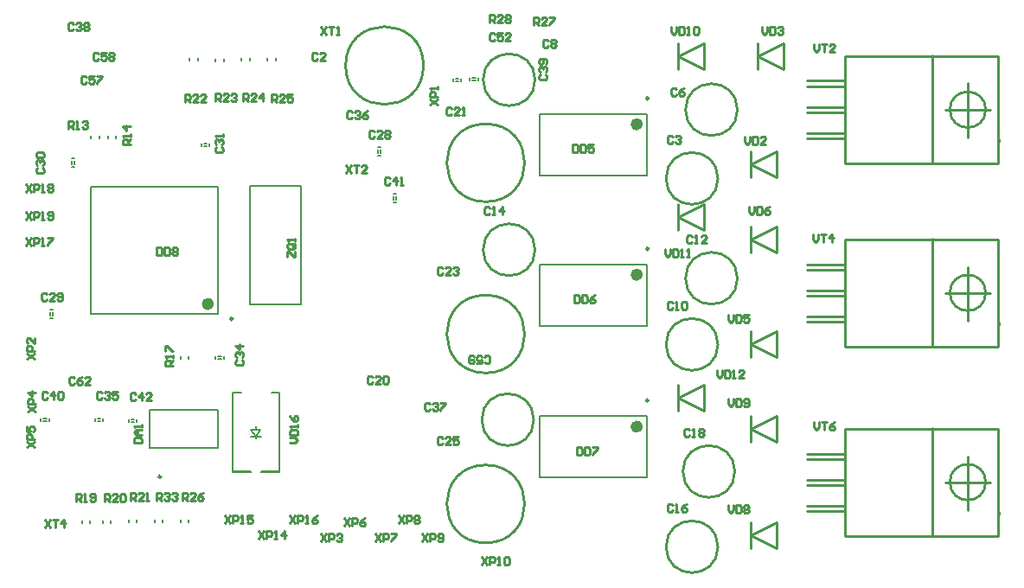
<source format=gto>
G04*
G04 #@! TF.GenerationSoftware,Altium Limited,Altium Designer,19.0.10 (269)*
G04*
G04 Layer_Color=65535*
%FSLAX23Y23*%
%MOIN*%
G70*
G01*
G75*
%ADD10C,0.010*%
%ADD11C,0.010*%
%ADD12C,0.024*%
%ADD13C,0.008*%
D10*
X6955Y4235D02*
G03*
X6955Y4235I-100J0D01*
G01*
X5985Y4180D02*
G03*
X5985Y3880I0J-150D01*
G01*
D02*
G03*
X5985Y4180I0J150D01*
G01*
X6170Y3040D02*
G03*
X6170Y3040I-100J0D01*
G01*
X6175Y4350D02*
G03*
X6175Y4350I-100J0D01*
G01*
X7912Y2799D02*
G03*
X7912Y2799I-69J0D01*
G01*
Y4235D02*
G03*
X7912Y4235I-69J0D01*
G01*
Y3529D02*
G03*
X7912Y3529I-69J0D01*
G01*
X5745Y4405D02*
G03*
X5445Y4405I-150J0D01*
G01*
D02*
G03*
X5745Y4405I150J0D01*
G01*
X6880Y3970D02*
G03*
X6880Y3970I-100J0D01*
G01*
Y3330D02*
G03*
X6880Y3330I-100J0D01*
G01*
X6955Y3585D02*
G03*
X6955Y3585I-100J0D01*
G01*
X5985Y3520D02*
G03*
X5985Y3220I0J-150D01*
G01*
D02*
G03*
X5985Y3520I0J150D01*
G01*
X6175Y3695D02*
G03*
X6175Y3695I-100J0D01*
G01*
X6880Y2550D02*
G03*
X6880Y2550I-100J0D01*
G01*
X6945Y2840D02*
G03*
X6945Y2840I-100J0D01*
G01*
X5985Y2865D02*
G03*
X5985Y2565I0J-150D01*
G01*
D02*
G03*
X5985Y2865I0J150D01*
G01*
X7105Y3975D02*
Y4075D01*
X7005Y4025D02*
X7105Y3975D01*
X7005Y4025D02*
X7105Y4075D01*
X7005Y3975D02*
Y4075D01*
X7961Y2592D02*
Y3005D01*
X7706Y2592D02*
Y3007D01*
X7371Y2592D02*
Y3005D01*
X7222Y2809D02*
X7371D01*
X7843Y2692D02*
Y2899D01*
Y2799D02*
Y2801D01*
X7371Y2592D02*
X7961D01*
X7371Y3005D02*
X7961D01*
X7755Y2799D02*
X7928D01*
X7222Y2686D02*
X7371D01*
X7222Y2708D02*
X7371D01*
X7222Y2787D02*
X7371D01*
X7222Y2887D02*
X7371D01*
X7222Y2909D02*
X7371D01*
X7962Y2675D02*
Y2677D01*
Y2685D01*
X6825Y3075D02*
Y3175D01*
X6725Y3125D02*
X6825Y3075D01*
X6725Y3125D02*
X6825Y3175D01*
X6725Y3075D02*
Y3175D01*
X6825Y3770D02*
Y3870D01*
X6725Y3820D02*
X6825Y3770D01*
X6725Y3820D02*
X6825Y3870D01*
X6725Y3770D02*
Y3870D01*
X6825Y4390D02*
Y4490D01*
X6725Y4440D02*
X6825Y4390D01*
X6725Y4440D02*
X6825Y4490D01*
X6725Y4390D02*
Y4490D01*
X7134Y4390D02*
Y4490D01*
X7034Y4440D02*
X7134Y4390D01*
X7034Y4440D02*
X7134Y4490D01*
X7034Y4390D02*
Y4490D01*
X7105Y3685D02*
Y3785D01*
X7005Y3735D02*
X7105Y3685D01*
X7005Y3735D02*
X7105Y3785D01*
X7005Y3685D02*
Y3785D01*
X7961Y4029D02*
Y4442D01*
X7706Y4029D02*
Y4444D01*
X7371Y4029D02*
Y4442D01*
X7222Y4245D02*
X7371D01*
X7843Y4129D02*
Y4336D01*
Y4235D02*
Y4237D01*
X7371Y4029D02*
X7961D01*
X7371Y4442D02*
X7961D01*
X7755Y4235D02*
X7928D01*
X7222Y4123D02*
X7371D01*
X7222Y4145D02*
X7371D01*
X7222Y4224D02*
X7371D01*
X7222Y4324D02*
X7371D01*
X7222Y4346D02*
X7371D01*
X7962Y4111D02*
Y4113D01*
Y4121D01*
X7961Y3322D02*
Y3735D01*
X7706Y3322D02*
Y3737D01*
X7371Y3322D02*
Y3735D01*
X7222Y3539D02*
X7371D01*
X7843Y3422D02*
Y3629D01*
Y3529D02*
Y3531D01*
X7371Y3322D02*
X7961D01*
X7371Y3735D02*
X7961D01*
X7755Y3529D02*
X7928D01*
X7222Y3416D02*
X7371D01*
X7222Y3438D02*
X7371D01*
X7222Y3517D02*
X7371D01*
X7222Y3617D02*
X7371D01*
X7222Y3639D02*
X7371D01*
X7962Y3405D02*
Y3407D01*
Y3415D01*
X7105Y3280D02*
Y3380D01*
X7005Y3330D02*
X7105Y3280D01*
X7005Y3330D02*
X7105Y3380D01*
X7005Y3280D02*
Y3380D01*
X7105Y2545D02*
Y2645D01*
X7005Y2595D02*
X7105Y2545D01*
X7005Y2595D02*
X7105Y2645D01*
X7005Y2545D02*
Y2645D01*
X7105Y2955D02*
Y3055D01*
X7005Y3005D02*
X7105Y2955D01*
X7005Y3005D02*
X7105Y3055D01*
X7005Y2955D02*
Y3055D01*
X6195Y4370D02*
X6190Y4365D01*
Y4355D01*
X6195Y4350D01*
X6215D01*
X6220Y4355D01*
Y4365D01*
X6215Y4370D01*
X6195Y4380D02*
X6190Y4385D01*
Y4395D01*
X6195Y4400D01*
X6200D01*
X6205Y4395D01*
Y4390D01*
Y4395D01*
X6210Y4400D01*
X6215D01*
X6220Y4395D01*
Y4385D01*
X6215Y4380D01*
Y4410D02*
X6220Y4415D01*
Y4425D01*
X6215Y4430D01*
X6195D01*
X6190Y4425D01*
Y4415D01*
X6195Y4410D01*
X6200D01*
X6205Y4415D01*
Y4430D01*
X6170Y4560D02*
Y4590D01*
X6185D01*
X6190Y4585D01*
Y4575D01*
X6185Y4570D01*
X6170D01*
X6180D02*
X6190Y4560D01*
X6220D02*
X6200D01*
X6220Y4580D01*
Y4585D01*
X6215Y4590D01*
X6205D01*
X6200Y4585D01*
X6230Y4590D02*
X6250D01*
Y4585D01*
X6230Y4565D01*
Y4560D01*
X6000Y4570D02*
Y4600D01*
X6015D01*
X6020Y4595D01*
Y4585D01*
X6015Y4580D01*
X6000D01*
X6010D02*
X6020Y4570D01*
X6050D02*
X6030D01*
X6050Y4590D01*
Y4595D01*
X6045Y4600D01*
X6035D01*
X6030Y4595D01*
X6060D02*
X6065Y4600D01*
X6075D01*
X6080Y4595D01*
Y4590D01*
X6075Y4585D01*
X6080Y4580D01*
Y4575D01*
X6075Y4570D01*
X6065D01*
X6060Y4575D01*
Y4580D01*
X6065Y4585D01*
X6060Y4590D01*
Y4595D01*
X6065Y4585D02*
X6075D01*
X6720Y4313D02*
X6715Y4318D01*
X6705D01*
X6700Y4313D01*
Y4293D01*
X6705Y4288D01*
X6715D01*
X6720Y4293D01*
X6750Y4318D02*
X6740Y4313D01*
X6730Y4303D01*
Y4293D01*
X6735Y4288D01*
X6745D01*
X6750Y4293D01*
Y4298D01*
X6745Y4303D01*
X6730D01*
X5970Y2510D02*
X5990Y2480D01*
Y2510D02*
X5970Y2480D01*
X6000D02*
Y2510D01*
X6015D01*
X6020Y2505D01*
Y2495D01*
X6015Y2490D01*
X6000D01*
X6030Y2480D02*
X6040D01*
X6035D01*
Y2510D01*
X6030Y2505D01*
X6055D02*
X6060Y2510D01*
X6070D01*
X6075Y2505D01*
Y2485D01*
X6070Y2480D01*
X6060D01*
X6055Y2485D01*
Y2505D01*
X5740Y2600D02*
X5760Y2570D01*
Y2600D02*
X5740Y2570D01*
X5770D02*
Y2600D01*
X5785D01*
X5790Y2595D01*
Y2585D01*
X5785Y2580D01*
X5770D01*
X5800Y2575D02*
X5805Y2570D01*
X5815D01*
X5820Y2575D01*
Y2595D01*
X5815Y2600D01*
X5805D01*
X5800Y2595D01*
Y2590D01*
X5805Y2585D01*
X5820D01*
X5649Y2670D02*
X5669Y2640D01*
Y2670D02*
X5649Y2640D01*
X5679D02*
Y2670D01*
X5694D01*
X5699Y2665D01*
Y2655D01*
X5694Y2650D01*
X5679D01*
X5709Y2665D02*
X5714Y2670D01*
X5724D01*
X5729Y2665D01*
Y2660D01*
X5724Y2655D01*
X5729Y2650D01*
Y2645D01*
X5724Y2640D01*
X5714D01*
X5709Y2645D01*
Y2650D01*
X5714Y2655D01*
X5709Y2660D01*
Y2665D01*
X5714Y2655D02*
X5724D01*
X4980Y2670D02*
X5000Y2640D01*
Y2670D02*
X4980Y2640D01*
X5010D02*
Y2670D01*
X5025D01*
X5030Y2665D01*
Y2655D01*
X5025Y2650D01*
X5010D01*
X5040Y2640D02*
X5050D01*
X5045D01*
Y2670D01*
X5040Y2665D01*
X5085Y2670D02*
X5065D01*
Y2655D01*
X5075Y2660D01*
X5080D01*
X5085Y2655D01*
Y2645D01*
X5080Y2640D01*
X5070D01*
X5065Y2645D01*
X5560Y2600D02*
X5580Y2570D01*
Y2600D02*
X5560Y2570D01*
X5590D02*
Y2600D01*
X5605D01*
X5610Y2595D01*
Y2585D01*
X5605Y2580D01*
X5590D01*
X5620Y2600D02*
X5640D01*
Y2595D01*
X5620Y2575D01*
Y2570D01*
X5440Y2660D02*
X5460Y2630D01*
Y2660D02*
X5440Y2630D01*
X5470D02*
Y2660D01*
X5485D01*
X5490Y2655D01*
Y2645D01*
X5485Y2640D01*
X5470D01*
X5520Y2660D02*
X5510Y2655D01*
X5500Y2645D01*
Y2635D01*
X5505Y2630D01*
X5515D01*
X5520Y2635D01*
Y2640D01*
X5515Y2645D01*
X5500D01*
X5854Y4238D02*
X5849Y4243D01*
X5839D01*
X5834Y4238D01*
Y4218D01*
X5839Y4213D01*
X5849D01*
X5854Y4218D01*
X5884Y4213D02*
X5864D01*
X5884Y4233D01*
Y4238D01*
X5879Y4243D01*
X5869D01*
X5864Y4238D01*
X5894Y4213D02*
X5904D01*
X5899D01*
Y4243D01*
X5894Y4238D01*
X5470Y4225D02*
X5465Y4230D01*
X5455D01*
X5450Y4225D01*
Y4205D01*
X5455Y4200D01*
X5465D01*
X5470Y4205D01*
X5480Y4225D02*
X5485Y4230D01*
X5495D01*
X5500Y4225D01*
Y4220D01*
X5495Y4215D01*
X5490D01*
X5495D01*
X5500Y4210D01*
Y4205D01*
X5495Y4200D01*
X5485D01*
X5480Y4205D01*
X5530Y4230D02*
X5520Y4225D01*
X5510Y4215D01*
Y4205D01*
X5515Y4200D01*
X5525D01*
X5530Y4205D01*
Y4210D01*
X5525Y4215D01*
X5510D01*
X6984Y4132D02*
Y4112D01*
X6994Y4102D01*
X7004Y4112D01*
Y4132D01*
X7014D02*
Y4102D01*
X7029D01*
X7034Y4107D01*
Y4127D01*
X7029Y4132D01*
X7014D01*
X7064Y4102D02*
X7044D01*
X7064Y4122D01*
Y4127D01*
X7059Y4132D01*
X7049D01*
X7044Y4127D01*
X5549Y3204D02*
X5544Y3209D01*
X5534D01*
X5529Y3204D01*
Y3184D01*
X5534Y3179D01*
X5544D01*
X5549Y3184D01*
X5579Y3179D02*
X5559D01*
X5579Y3199D01*
Y3204D01*
X5574Y3209D01*
X5564D01*
X5559Y3204D01*
X5589D02*
X5594Y3209D01*
X5604D01*
X5609Y3204D01*
Y3184D01*
X5604Y3179D01*
X5594D01*
X5589Y3184D01*
Y3204D01*
X6020Y4525D02*
X6015Y4530D01*
X6005D01*
X6000Y4525D01*
Y4505D01*
X6005Y4500D01*
X6015D01*
X6020Y4505D01*
X6050Y4530D02*
X6030D01*
Y4515D01*
X6040Y4520D01*
X6045D01*
X6050Y4515D01*
Y4505D01*
X6045Y4500D01*
X6035D01*
X6030Y4505D01*
X6080Y4500D02*
X6060D01*
X6080Y4520D01*
Y4525D01*
X6075Y4530D01*
X6065D01*
X6060Y4525D01*
X6225Y4500D02*
X6220Y4505D01*
X6210D01*
X6205Y4500D01*
Y4480D01*
X6210Y4475D01*
X6220D01*
X6225Y4480D01*
X6235Y4500D02*
X6240Y4505D01*
X6250D01*
X6255Y4500D01*
Y4495D01*
X6250Y4490D01*
X6255Y4485D01*
Y4480D01*
X6250Y4475D01*
X6240D01*
X6235Y4480D01*
Y4485D01*
X6240Y4490D01*
X6235Y4495D01*
Y4500D01*
X6240Y4490D02*
X6250D01*
X5770Y4254D02*
X5799Y4274D01*
X5770D02*
X5799Y4254D01*
Y4284D02*
X5770D01*
Y4299D01*
X5775Y4304D01*
X5785D01*
X5790Y4299D01*
Y4284D01*
X5799Y4314D02*
Y4324D01*
Y4319D01*
X5770D01*
X5775Y4314D01*
X7250Y3030D02*
Y3010D01*
X7260Y3000D01*
X7270Y3010D01*
Y3030D01*
X7280D02*
X7300D01*
X7290D01*
Y3000D01*
X7330Y3030D02*
X7320Y3025D01*
X7310Y3015D01*
Y3005D01*
X7315Y3000D01*
X7325D01*
X7330Y3005D01*
Y3010D01*
X7325Y3015D01*
X7310D01*
X6875Y3230D02*
Y3210D01*
X6885Y3200D01*
X6895Y3210D01*
Y3230D01*
X6905D02*
Y3200D01*
X6920D01*
X6925Y3205D01*
Y3225D01*
X6920Y3230D01*
X6905D01*
X6935Y3200D02*
X6945D01*
X6940D01*
Y3230D01*
X6935Y3225D01*
X6980Y3200D02*
X6960D01*
X6980Y3220D01*
Y3225D01*
X6975Y3230D01*
X6965D01*
X6960Y3225D01*
X6675Y3697D02*
Y3677D01*
X6685Y3668D01*
X6695Y3677D01*
Y3697D01*
X6705D02*
Y3668D01*
X6720D01*
X6725Y3672D01*
Y3692D01*
X6720Y3697D01*
X6705D01*
X6735Y3668D02*
X6745D01*
X6740D01*
Y3697D01*
X6735Y3692D01*
X6760Y3668D02*
X6770D01*
X6765D01*
Y3697D01*
X6760Y3692D01*
X6700Y4555D02*
Y4535D01*
X6710Y4525D01*
X6720Y4535D01*
Y4555D01*
X6730D02*
Y4525D01*
X6745D01*
X6750Y4530D01*
Y4550D01*
X6745Y4555D01*
X6730D01*
X6760Y4525D02*
X6770D01*
X6765D01*
Y4555D01*
X6760Y4550D01*
X6785D02*
X6790Y4555D01*
X6800D01*
X6805Y4550D01*
Y4530D01*
X6800Y4525D01*
X6790D01*
X6785Y4530D01*
Y4550D01*
X7050Y4555D02*
Y4535D01*
X7060Y4525D01*
X7070Y4535D01*
Y4555D01*
X7080D02*
Y4525D01*
X7095D01*
X7100Y4530D01*
Y4550D01*
X7095Y4555D01*
X7080D01*
X7110Y4550D02*
X7115Y4555D01*
X7125D01*
X7130Y4550D01*
Y4545D01*
X7125Y4540D01*
X7120D01*
X7125D01*
X7130Y4535D01*
Y4530D01*
X7125Y4525D01*
X7115D01*
X7110Y4530D01*
X7000Y3861D02*
Y3841D01*
X7010Y3831D01*
X7020Y3841D01*
Y3861D01*
X7030D02*
Y3831D01*
X7045D01*
X7050Y3836D01*
Y3856D01*
X7045Y3861D01*
X7030D01*
X7080D02*
X7070Y3856D01*
X7060Y3846D01*
Y3836D01*
X7065Y3831D01*
X7075D01*
X7080Y3836D01*
Y3841D01*
X7075Y3846D01*
X7060D01*
X4635Y3139D02*
X4630Y3144D01*
X4620D01*
X4615Y3139D01*
Y3119D01*
X4620Y3114D01*
X4630D01*
X4635Y3119D01*
X4660Y3114D02*
Y3144D01*
X4645Y3129D01*
X4665D01*
X4695Y3114D02*
X4675D01*
X4695Y3134D01*
Y3139D01*
X4690Y3144D01*
X4680D01*
X4675Y3139D01*
X7250Y4486D02*
Y4466D01*
X7260Y4456D01*
X7270Y4466D01*
Y4486D01*
X7280D02*
X7300D01*
X7290D01*
Y4456D01*
X7330D02*
X7310D01*
X7330Y4476D01*
Y4481D01*
X7325Y4486D01*
X7315D01*
X7310Y4481D01*
X7246Y3755D02*
Y3735D01*
X7256Y3725D01*
X7266Y3735D01*
Y3755D01*
X7276D02*
X7296D01*
X7286D01*
Y3725D01*
X7321D02*
Y3755D01*
X7306Y3740D01*
X7326D01*
X5770Y3100D02*
X5765Y3105D01*
X5755D01*
X5750Y3100D01*
Y3080D01*
X5755Y3075D01*
X5765D01*
X5770Y3080D01*
X5780Y3100D02*
X5785Y3105D01*
X5795D01*
X5800Y3100D01*
Y3095D01*
X5795Y3090D01*
X5790D01*
X5795D01*
X5800Y3085D01*
Y3080D01*
X5795Y3075D01*
X5785D01*
X5780Y3080D01*
X5810Y3105D02*
X5830D01*
Y3100D01*
X5810Y3080D01*
Y3075D01*
X5980Y3262D02*
X5985Y3257D01*
X5995D01*
X6000Y3262D01*
Y3282D01*
X5995Y3287D01*
X5985D01*
X5980Y3282D01*
X5950Y3257D02*
X5970D01*
Y3272D01*
X5960Y3267D01*
X5955D01*
X5950Y3272D01*
Y3282D01*
X5955Y3287D01*
X5965D01*
X5970Y3282D01*
X5940D02*
X5935Y3287D01*
X5925D01*
X5920Y3282D01*
Y3262D01*
X5925Y3257D01*
X5935D01*
X5940Y3262D01*
Y3267D01*
X5935Y3272D01*
X5920D01*
X4492Y4450D02*
X4487Y4455D01*
X4477D01*
X4472Y4450D01*
Y4430D01*
X4477Y4425D01*
X4487D01*
X4492Y4430D01*
X4522Y4455D02*
X4502D01*
Y4440D01*
X4512Y4445D01*
X4517D01*
X4522Y4440D01*
Y4430D01*
X4517Y4425D01*
X4507D01*
X4502Y4430D01*
X4532Y4450D02*
X4537Y4455D01*
X4547D01*
X4552Y4450D01*
Y4445D01*
X4547Y4440D01*
X4552Y4435D01*
Y4430D01*
X4547Y4425D01*
X4537D01*
X4532Y4430D01*
Y4435D01*
X4537Y4440D01*
X4532Y4445D01*
Y4450D01*
X4537Y4440D02*
X4547D01*
X5336Y4450D02*
X5331Y4455D01*
X5321D01*
X5316Y4450D01*
Y4430D01*
X5321Y4425D01*
X5331D01*
X5336Y4430D01*
X5366Y4425D02*
X5346D01*
X5366Y4445D01*
Y4450D01*
X5361Y4455D01*
X5351D01*
X5346Y4450D01*
X5350Y4555D02*
X5370Y4525D01*
Y4555D02*
X5350Y4525D01*
X5380Y4555D02*
X5400D01*
X5390D01*
Y4525D01*
X5410D02*
X5420D01*
X5415D01*
Y4555D01*
X5410Y4550D01*
X4395Y4565D02*
X4390Y4570D01*
X4380D01*
X4375Y4565D01*
Y4545D01*
X4380Y4540D01*
X4390D01*
X4395Y4545D01*
X4405Y4565D02*
X4410Y4570D01*
X4420D01*
X4425Y4565D01*
Y4560D01*
X4420Y4555D01*
X4415D01*
X4420D01*
X4425Y4550D01*
Y4545D01*
X4420Y4540D01*
X4410D01*
X4405Y4545D01*
X4435Y4565D02*
X4440Y4570D01*
X4450D01*
X4455Y4565D01*
Y4560D01*
X4450Y4555D01*
X4455Y4550D01*
Y4545D01*
X4450Y4540D01*
X4440D01*
X4435Y4545D01*
Y4550D01*
X4440Y4555D01*
X4435Y4560D01*
Y4565D01*
X4440Y4555D02*
X4450D01*
X4446Y4360D02*
X4441Y4365D01*
X4431D01*
X4426Y4360D01*
Y4340D01*
X4431Y4335D01*
X4441D01*
X4446Y4340D01*
X4475Y4365D02*
X4456D01*
Y4350D01*
X4465Y4355D01*
X4470D01*
X4475Y4350D01*
Y4340D01*
X4470Y4335D01*
X4461D01*
X4456Y4340D01*
X4485Y4365D02*
X4505D01*
Y4360D01*
X4485Y4340D01*
Y4335D01*
X5160Y4263D02*
Y4293D01*
X5175D01*
X5180Y4288D01*
Y4278D01*
X5175Y4273D01*
X5160D01*
X5170D02*
X5180Y4263D01*
X5210D02*
X5190D01*
X5210Y4283D01*
Y4288D01*
X5205Y4293D01*
X5195D01*
X5190Y4288D01*
X5240Y4293D02*
X5220D01*
Y4278D01*
X5230Y4283D01*
X5235D01*
X5240Y4278D01*
Y4268D01*
X5235Y4263D01*
X5225D01*
X5220Y4268D01*
X5050Y4266D02*
Y4296D01*
X5065D01*
X5070Y4291D01*
Y4281D01*
X5065Y4276D01*
X5050D01*
X5060D02*
X5070Y4266D01*
X5100D02*
X5080D01*
X5100Y4286D01*
Y4291D01*
X5095Y4296D01*
X5085D01*
X5080Y4291D01*
X5125Y4266D02*
Y4296D01*
X5110Y4281D01*
X5130D01*
X4944Y4266D02*
Y4296D01*
X4959D01*
X4964Y4291D01*
Y4281D01*
X4959Y4276D01*
X4944D01*
X4954D02*
X4964Y4266D01*
X4994D02*
X4974D01*
X4994Y4286D01*
Y4291D01*
X4989Y4296D01*
X4979D01*
X4974Y4291D01*
X5004D02*
X5009Y4296D01*
X5019D01*
X5024Y4291D01*
Y4286D01*
X5019Y4281D01*
X5014D01*
X5019D01*
X5024Y4276D01*
Y4271D01*
X5019Y4266D01*
X5009D01*
X5004Y4271D01*
X4825Y4263D02*
Y4293D01*
X4840D01*
X4845Y4288D01*
Y4278D01*
X4840Y4273D01*
X4825D01*
X4835D02*
X4845Y4263D01*
X4875D02*
X4855D01*
X4875Y4283D01*
Y4288D01*
X4870Y4293D01*
X4860D01*
X4855Y4288D01*
X4905Y4263D02*
X4885D01*
X4905Y4283D01*
Y4288D01*
X4900Y4293D01*
X4890D01*
X4885Y4288D01*
X4212Y3949D02*
X4232Y3919D01*
Y3949D02*
X4212Y3919D01*
X4242D02*
Y3949D01*
X4257D01*
X4262Y3944D01*
Y3934D01*
X4257Y3929D01*
X4242D01*
X4272Y3919D02*
X4282D01*
X4277D01*
Y3949D01*
X4272Y3944D01*
X4297D02*
X4302Y3949D01*
X4312D01*
X4317Y3944D01*
Y3939D01*
X4312Y3934D01*
X4317Y3929D01*
Y3924D01*
X4312Y3919D01*
X4302D01*
X4297Y3924D01*
Y3929D01*
X4302Y3934D01*
X4297Y3939D01*
Y3944D01*
X4302Y3934D02*
X4312D01*
X4212Y3841D02*
X4232Y3811D01*
Y3841D02*
X4212Y3811D01*
X4242D02*
Y3841D01*
X4257D01*
X4262Y3836D01*
Y3826D01*
X4257Y3821D01*
X4242D01*
X4272Y3811D02*
X4282D01*
X4277D01*
Y3841D01*
X4272Y3836D01*
X4297Y3816D02*
X4302Y3811D01*
X4312D01*
X4317Y3816D01*
Y3836D01*
X4312Y3841D01*
X4302D01*
X4297Y3836D01*
Y3831D01*
X4302Y3826D01*
X4317D01*
X4212Y3742D02*
X4232Y3712D01*
Y3742D02*
X4212Y3712D01*
X4242D02*
Y3742D01*
X4257D01*
X4262Y3737D01*
Y3727D01*
X4257Y3722D01*
X4242D01*
X4272Y3712D02*
X4282D01*
X4277D01*
Y3742D01*
X4272Y3737D01*
X4297Y3742D02*
X4317D01*
Y3737D01*
X4297Y3717D01*
Y3712D01*
X4717Y3703D02*
Y3673D01*
X4732D01*
X4737Y3678D01*
Y3698D01*
X4732Y3703D01*
X4717D01*
X4747D02*
Y3673D01*
X4762D01*
X4767Y3678D01*
Y3698D01*
X4762Y3703D01*
X4747D01*
X4777Y3698D02*
X4782Y3703D01*
X4792D01*
X4797Y3698D01*
Y3693D01*
X4792Y3688D01*
X4797Y3683D01*
Y3678D01*
X4792Y3673D01*
X4782D01*
X4777Y3678D01*
Y3683D01*
X4782Y3688D01*
X4777Y3693D01*
Y3698D01*
X4782Y3688D02*
X4792D01*
X4257Y4010D02*
X4252Y4005D01*
Y3995D01*
X4257Y3990D01*
X4277D01*
X4282Y3995D01*
Y4005D01*
X4277Y4010D01*
X4257Y4020D02*
X4252Y4025D01*
Y4035D01*
X4257Y4040D01*
X4262D01*
X4267Y4035D01*
Y4030D01*
Y4035D01*
X4272Y4040D01*
X4277D01*
X4282Y4035D01*
Y4025D01*
X4277Y4020D01*
X4257Y4050D02*
X4252Y4055D01*
Y4065D01*
X4257Y4070D01*
X4277D01*
X4282Y4065D01*
Y4055D01*
X4277Y4050D01*
X4257D01*
X4375Y4161D02*
Y4191D01*
X4390D01*
X4395Y4186D01*
Y4176D01*
X4390Y4171D01*
X4375D01*
X4385D02*
X4395Y4161D01*
X4405D02*
X4415D01*
X4410D01*
Y4191D01*
X4405Y4186D01*
X4430D02*
X4435Y4191D01*
X4445D01*
X4450Y4186D01*
Y4181D01*
X4445Y4176D01*
X4440D01*
X4445D01*
X4450Y4171D01*
Y4166D01*
X4445Y4161D01*
X4435D01*
X4430Y4166D01*
X4615Y4100D02*
X4585D01*
Y4115D01*
X4590Y4120D01*
X4600D01*
X4605Y4115D01*
Y4100D01*
Y4110D02*
X4615Y4120D01*
Y4130D02*
Y4140D01*
Y4135D01*
X4585D01*
X4590Y4130D01*
X4615Y4170D02*
X4585D01*
X4600Y4155D01*
Y4175D01*
X4947Y4090D02*
X4942Y4085D01*
Y4075D01*
X4947Y4070D01*
X4967D01*
X4972Y4075D01*
Y4085D01*
X4967Y4090D01*
X4947Y4100D02*
X4942Y4105D01*
Y4115D01*
X4947Y4120D01*
X4952D01*
X4957Y4115D01*
Y4110D01*
Y4115D01*
X4962Y4120D01*
X4967D01*
X4972Y4115D01*
Y4105D01*
X4967Y4100D01*
X4972Y4130D02*
Y4140D01*
Y4135D01*
X4942D01*
X4947Y4130D01*
X5220Y3668D02*
Y3688D01*
X5225D01*
X5245Y3668D01*
X5250D01*
Y3688D01*
X5245Y3718D02*
X5225D01*
X5220Y3713D01*
Y3703D01*
X5225Y3698D01*
X5245D01*
X5250Y3703D01*
Y3713D01*
X5240Y3708D02*
X5250Y3718D01*
Y3713D02*
X5245Y3718D01*
X5250Y3728D02*
Y3738D01*
Y3733D01*
X5220D01*
X5225Y3728D01*
X5230Y2950D02*
X5250D01*
X5260Y2960D01*
X5250Y2970D01*
X5230D01*
Y2980D02*
X5260D01*
Y2995D01*
X5255Y3000D01*
X5235D01*
X5230Y2995D01*
Y2980D01*
X5260Y3010D02*
Y3020D01*
Y3015D01*
X5230D01*
X5235Y3010D01*
X5230Y3055D02*
X5235Y3045D01*
X5245Y3035D01*
X5255D01*
X5260Y3040D01*
Y3050D01*
X5255Y3055D01*
X5250D01*
X5245Y3050D01*
Y3035D01*
X4629Y2950D02*
X4659D01*
Y2965D01*
X4654Y2970D01*
X4634D01*
X4629Y2965D01*
Y2950D01*
X4659Y2980D02*
X4639D01*
X4629Y2990D01*
X4639Y3000D01*
X4659D01*
X4644D01*
Y2980D01*
X4659Y3010D02*
Y3020D01*
Y3015D01*
X4629D01*
X4634Y3010D01*
X5025Y3270D02*
X5020Y3265D01*
Y3255D01*
X5025Y3250D01*
X5045D01*
X5050Y3255D01*
Y3265D01*
X5045Y3270D01*
X5025Y3280D02*
X5020Y3285D01*
Y3295D01*
X5025Y3300D01*
X5030D01*
X5035Y3295D01*
Y3290D01*
Y3295D01*
X5040Y3300D01*
X5045D01*
X5050Y3295D01*
Y3285D01*
X5045Y3280D01*
X5050Y3325D02*
X5020D01*
X5035Y3310D01*
Y3330D01*
X4781Y3249D02*
X4751D01*
Y3264D01*
X4756Y3269D01*
X4766D01*
X4771Y3264D01*
Y3249D01*
Y3259D02*
X4781Y3269D01*
Y3279D02*
Y3289D01*
Y3284D01*
X4751D01*
X4756Y3279D01*
X4751Y3304D02*
Y3324D01*
X4756D01*
X4776Y3304D01*
X4781D01*
X4216Y3275D02*
X4246Y3295D01*
X4216D02*
X4246Y3275D01*
Y3305D02*
X4216D01*
Y3320D01*
X4221Y3325D01*
X4231D01*
X4236Y3320D01*
Y3305D01*
X4246Y3355D02*
Y3335D01*
X4226Y3355D01*
X4221D01*
X4216Y3350D01*
Y3340D01*
X4221Y3335D01*
X4216Y2934D02*
X4246Y2954D01*
X4216D02*
X4246Y2934D01*
Y2964D02*
X4216D01*
Y2979D01*
X4221Y2984D01*
X4231D01*
X4236Y2979D01*
Y2964D01*
X4216Y3014D02*
Y2994D01*
X4231D01*
X4226Y3004D01*
Y3009D01*
X4231Y3014D01*
X4241D01*
X4246Y3009D01*
Y2999D01*
X4241Y2994D01*
X4220Y3070D02*
X4250Y3090D01*
X4220D02*
X4250Y3070D01*
Y3100D02*
X4220D01*
Y3115D01*
X4225Y3120D01*
X4235D01*
X4240Y3115D01*
Y3100D01*
X4250Y3145D02*
X4220D01*
X4235Y3130D01*
Y3150D01*
X4286Y2655D02*
X4306Y2625D01*
Y2655D02*
X4286Y2625D01*
X4316Y2655D02*
X4336D01*
X4326D01*
Y2625D01*
X4361D02*
Y2655D01*
X4346Y2640D01*
X4366D01*
X4405Y2725D02*
Y2755D01*
X4420D01*
X4425Y2750D01*
Y2740D01*
X4420Y2735D01*
X4405D01*
X4415D02*
X4425Y2725D01*
X4435D02*
X4445D01*
X4440D01*
Y2755D01*
X4435Y2750D01*
X4460Y2730D02*
X4465Y2725D01*
X4475D01*
X4480Y2730D01*
Y2750D01*
X4475Y2755D01*
X4465D01*
X4460Y2750D01*
Y2745D01*
X4465Y2740D01*
X4480D01*
X5110Y2610D02*
X5130Y2580D01*
Y2610D02*
X5110Y2580D01*
X5140D02*
Y2610D01*
X5155D01*
X5160Y2605D01*
Y2595D01*
X5155Y2590D01*
X5140D01*
X5170Y2580D02*
X5180D01*
X5175D01*
Y2610D01*
X5170Y2605D01*
X5210Y2580D02*
Y2610D01*
X5195Y2595D01*
X5215D01*
X5230Y2670D02*
X5250Y2640D01*
Y2670D02*
X5230Y2640D01*
X5260D02*
Y2670D01*
X5275D01*
X5280Y2665D01*
Y2655D01*
X5275Y2650D01*
X5260D01*
X5290Y2640D02*
X5300D01*
X5295D01*
Y2670D01*
X5290Y2665D01*
X5335Y2670D02*
X5325Y2665D01*
X5315Y2655D01*
Y2645D01*
X5320Y2640D01*
X5330D01*
X5335Y2645D01*
Y2650D01*
X5330Y2655D01*
X5315D01*
X5350Y2600D02*
X5370Y2570D01*
Y2600D02*
X5350Y2570D01*
X5380D02*
Y2600D01*
X5395D01*
X5400Y2595D01*
Y2585D01*
X5395Y2580D01*
X5380D01*
X5410Y2595D02*
X5415Y2600D01*
X5425D01*
X5430Y2595D01*
Y2590D01*
X5425Y2585D01*
X5420D01*
X5425D01*
X5430Y2580D01*
Y2575D01*
X5425Y2570D01*
X5415D01*
X5410Y2575D01*
X4296Y3143D02*
X4291Y3148D01*
X4281D01*
X4276Y3143D01*
Y3123D01*
X4281Y3118D01*
X4291D01*
X4296Y3123D01*
X4321Y3118D02*
Y3148D01*
X4306Y3133D01*
X4326D01*
X4336Y3143D02*
X4341Y3148D01*
X4351D01*
X4356Y3143D01*
Y3123D01*
X4351Y3118D01*
X4341D01*
X4336Y3123D01*
Y3143D01*
X4515Y2724D02*
Y2754D01*
X4530D01*
X4535Y2749D01*
Y2739D01*
X4530Y2734D01*
X4515D01*
X4525D02*
X4535Y2724D01*
X4565D02*
X4545D01*
X4565Y2744D01*
Y2749D01*
X4560Y2754D01*
X4550D01*
X4545Y2749D01*
X4575D02*
X4580Y2754D01*
X4590D01*
X4595Y2749D01*
Y2729D01*
X4590Y2724D01*
X4580D01*
X4575Y2729D01*
Y2749D01*
X4615Y2729D02*
Y2759D01*
X4630D01*
X4635Y2754D01*
Y2744D01*
X4630Y2739D01*
X4615D01*
X4625D02*
X4635Y2729D01*
X4665D02*
X4645D01*
X4665Y2749D01*
Y2754D01*
X4660Y2759D01*
X4650D01*
X4645Y2754D01*
X4675Y2729D02*
X4685D01*
X4680D01*
Y2759D01*
X4675Y2754D01*
X4815Y2729D02*
Y2759D01*
X4830D01*
X4835Y2754D01*
Y2744D01*
X4830Y2739D01*
X4815D01*
X4825D02*
X4835Y2729D01*
X4865D02*
X4845D01*
X4865Y2749D01*
Y2754D01*
X4860Y2759D01*
X4850D01*
X4845Y2754D01*
X4895Y2759D02*
X4885Y2754D01*
X4875Y2744D01*
Y2734D01*
X4880Y2729D01*
X4890D01*
X4895Y2734D01*
Y2739D01*
X4890Y2744D01*
X4875D01*
X4715Y2729D02*
Y2759D01*
X4730D01*
X4735Y2754D01*
Y2744D01*
X4730Y2739D01*
X4715D01*
X4725D02*
X4735Y2729D01*
X4745Y2754D02*
X4750Y2759D01*
X4760D01*
X4765Y2754D01*
Y2749D01*
X4760Y2744D01*
X4755D01*
X4760D01*
X4765Y2739D01*
Y2734D01*
X4760Y2729D01*
X4750D01*
X4745Y2734D01*
X4775Y2754D02*
X4780Y2759D01*
X4790D01*
X4795Y2754D01*
Y2749D01*
X4790Y2744D01*
X4785D01*
X4790D01*
X4795Y2739D01*
Y2734D01*
X4790Y2729D01*
X4780D01*
X4775Y2734D01*
X6335Y2934D02*
Y2904D01*
X6350D01*
X6355Y2909D01*
Y2929D01*
X6350Y2934D01*
X6335D01*
X6365D02*
Y2904D01*
X6380D01*
X6385Y2909D01*
Y2929D01*
X6380Y2934D01*
X6365D01*
X6395D02*
X6415D01*
Y2929D01*
X6395Y2909D01*
Y2904D01*
X6325Y3520D02*
Y3490D01*
X6340D01*
X6345Y3495D01*
Y3515D01*
X6340Y3520D01*
X6325D01*
X6355D02*
Y3490D01*
X6370D01*
X6375Y3495D01*
Y3515D01*
X6370Y3520D01*
X6355D01*
X6405D02*
X6395Y3515D01*
X6385Y3505D01*
Y3495D01*
X6390Y3490D01*
X6400D01*
X6405Y3495D01*
Y3500D01*
X6400Y3505D01*
X6385D01*
X6320Y4100D02*
Y4070D01*
X6335D01*
X6340Y4075D01*
Y4095D01*
X6335Y4100D01*
X6320D01*
X6350D02*
Y4070D01*
X6365D01*
X6370Y4075D01*
Y4095D01*
X6365Y4100D01*
X6350D01*
X6400D02*
X6380D01*
Y4085D01*
X6390Y4090D01*
X6395D01*
X6400Y4085D01*
Y4075D01*
X6395Y4070D01*
X6385D01*
X6380Y4075D01*
X6705Y4130D02*
X6700Y4135D01*
X6690D01*
X6685Y4130D01*
Y4110D01*
X6690Y4105D01*
X6700D01*
X6705Y4110D01*
X6715Y4130D02*
X6720Y4135D01*
X6730D01*
X6735Y4130D01*
Y4125D01*
X6730Y4120D01*
X6725D01*
X6730D01*
X6735Y4115D01*
Y4110D01*
X6730Y4105D01*
X6720D01*
X6715Y4110D01*
X6705Y3490D02*
X6700Y3495D01*
X6690D01*
X6685Y3490D01*
Y3470D01*
X6690Y3465D01*
X6700D01*
X6705Y3470D01*
X6715Y3465D02*
X6725D01*
X6720D01*
Y3495D01*
X6715Y3490D01*
X6740D02*
X6745Y3495D01*
X6755D01*
X6760Y3490D01*
Y3470D01*
X6755Y3465D01*
X6745D01*
X6740Y3470D01*
Y3490D01*
X6780Y3745D02*
X6775Y3750D01*
X6765D01*
X6760Y3745D01*
Y3725D01*
X6765Y3720D01*
X6775D01*
X6780Y3725D01*
X6790Y3720D02*
X6800D01*
X6795D01*
Y3750D01*
X6790Y3745D01*
X6835Y3720D02*
X6815D01*
X6835Y3740D01*
Y3745D01*
X6830Y3750D01*
X6820D01*
X6815Y3745D01*
X5818Y3624D02*
X5813Y3629D01*
X5803D01*
X5798Y3624D01*
Y3604D01*
X5803Y3599D01*
X5813D01*
X5818Y3604D01*
X5848Y3599D02*
X5828D01*
X5848Y3619D01*
Y3624D01*
X5843Y3629D01*
X5833D01*
X5828Y3624D01*
X5858D02*
X5863Y3629D01*
X5873D01*
X5878Y3624D01*
Y3619D01*
X5873Y3614D01*
X5868D01*
X5873D01*
X5878Y3609D01*
Y3604D01*
X5873Y3599D01*
X5863D01*
X5858Y3604D01*
X6919Y3445D02*
Y3425D01*
X6929Y3415D01*
X6939Y3425D01*
Y3445D01*
X6949D02*
Y3415D01*
X6964D01*
X6969Y3420D01*
Y3440D01*
X6964Y3445D01*
X6949D01*
X6999D02*
X6979D01*
Y3430D01*
X6989Y3435D01*
X6994D01*
X6999Y3430D01*
Y3420D01*
X6994Y3415D01*
X6984D01*
X6979Y3420D01*
X6000Y3855D02*
X5995Y3860D01*
X5985D01*
X5980Y3855D01*
Y3835D01*
X5985Y3830D01*
X5995D01*
X6000Y3835D01*
X6010Y3830D02*
X6020D01*
X6015D01*
Y3860D01*
X6010Y3855D01*
X6050Y3830D02*
Y3860D01*
X6035Y3845D01*
X6055D01*
X6705Y2710D02*
X6700Y2715D01*
X6690D01*
X6685Y2710D01*
Y2690D01*
X6690Y2685D01*
X6700D01*
X6705Y2690D01*
X6715Y2685D02*
X6725D01*
X6720D01*
Y2715D01*
X6715Y2710D01*
X6760Y2715D02*
X6750Y2710D01*
X6740Y2700D01*
Y2690D01*
X6745Y2685D01*
X6755D01*
X6760Y2690D01*
Y2695D01*
X6755Y2700D01*
X6740D01*
X6770Y3000D02*
X6765Y3005D01*
X6755D01*
X6750Y3000D01*
Y2980D01*
X6755Y2975D01*
X6765D01*
X6770Y2980D01*
X6780Y2975D02*
X6790D01*
X6785D01*
Y3005D01*
X6780Y3000D01*
X6805D02*
X6810Y3005D01*
X6820D01*
X6825Y3000D01*
Y2995D01*
X6820Y2990D01*
X6825Y2985D01*
Y2980D01*
X6820Y2975D01*
X6810D01*
X6805Y2980D01*
Y2985D01*
X6810Y2990D01*
X6805Y2995D01*
Y3000D01*
X6810Y2990D02*
X6820D01*
X5818Y2969D02*
X5813Y2974D01*
X5803D01*
X5798Y2969D01*
Y2949D01*
X5803Y2944D01*
X5813D01*
X5818Y2949D01*
X5848Y2944D02*
X5828D01*
X5848Y2964D01*
Y2969D01*
X5843Y2974D01*
X5833D01*
X5828Y2969D01*
X5878Y2974D02*
X5858D01*
Y2959D01*
X5868Y2964D01*
X5873D01*
X5878Y2959D01*
Y2949D01*
X5873Y2944D01*
X5863D01*
X5858Y2949D01*
X6919Y2710D02*
Y2690D01*
X6929Y2680D01*
X6939Y2690D01*
Y2710D01*
X6949D02*
Y2680D01*
X6964D01*
X6969Y2685D01*
Y2705D01*
X6964Y2710D01*
X6949D01*
X6979Y2705D02*
X6984Y2710D01*
X6994D01*
X6999Y2705D01*
Y2700D01*
X6994Y2695D01*
X6999Y2690D01*
Y2685D01*
X6994Y2680D01*
X6984D01*
X6979Y2685D01*
Y2690D01*
X6984Y2695D01*
X6979Y2700D01*
Y2705D01*
X6984Y2695D02*
X6994D01*
X6919Y3120D02*
Y3100D01*
X6929Y3090D01*
X6939Y3100D01*
Y3120D01*
X6949D02*
Y3090D01*
X6964D01*
X6969Y3095D01*
Y3115D01*
X6964Y3120D01*
X6949D01*
X6979Y3095D02*
X6984Y3090D01*
X6994D01*
X6999Y3095D01*
Y3115D01*
X6994Y3120D01*
X6984D01*
X6979Y3115D01*
Y3110D01*
X6984Y3105D01*
X6999D01*
X5556Y4150D02*
X5551Y4155D01*
X5541D01*
X5536Y4150D01*
Y4130D01*
X5541Y4125D01*
X5551D01*
X5556Y4130D01*
X5586Y4125D02*
X5566D01*
X5586Y4145D01*
Y4150D01*
X5581Y4155D01*
X5571D01*
X5566Y4150D01*
X5596D02*
X5601Y4155D01*
X5611D01*
X5616Y4150D01*
Y4145D01*
X5611Y4140D01*
X5616Y4135D01*
Y4130D01*
X5611Y4125D01*
X5601D01*
X5596Y4130D01*
Y4135D01*
X5601Y4140D01*
X5596Y4145D01*
Y4150D01*
X5601Y4140D02*
X5611D01*
X4293Y3523D02*
X4288Y3528D01*
X4278D01*
X4273Y3523D01*
Y3503D01*
X4278Y3498D01*
X4288D01*
X4293Y3503D01*
X4323Y3498D02*
X4303D01*
X4323Y3518D01*
Y3523D01*
X4318Y3528D01*
X4308D01*
X4303Y3523D01*
X4333Y3503D02*
X4338Y3498D01*
X4348D01*
X4353Y3503D01*
Y3523D01*
X4348Y3528D01*
X4338D01*
X4333Y3523D01*
Y3518D01*
X4338Y3513D01*
X4353D01*
X5445Y4020D02*
X5465Y3990D01*
Y4020D02*
X5445Y3990D01*
X5475Y4020D02*
X5495D01*
X5485D01*
Y3990D01*
X5525D02*
X5505D01*
X5525Y4010D01*
Y4015D01*
X5520Y4020D01*
X5510D01*
X5505Y4015D01*
X5616Y3970D02*
X5611Y3975D01*
X5601D01*
X5596Y3970D01*
Y3950D01*
X5601Y3945D01*
X5611D01*
X5616Y3950D01*
X5641Y3945D02*
Y3975D01*
X5626Y3960D01*
X5646D01*
X5656Y3945D02*
X5666D01*
X5661D01*
Y3975D01*
X5656Y3970D01*
X4505Y3144D02*
X4500Y3149D01*
X4490D01*
X4485Y3144D01*
Y3124D01*
X4490Y3119D01*
X4500D01*
X4505Y3124D01*
X4515Y3144D02*
X4520Y3149D01*
X4530D01*
X4535Y3144D01*
Y3139D01*
X4530Y3134D01*
X4525D01*
X4530D01*
X4535Y3129D01*
Y3124D01*
X4530Y3119D01*
X4520D01*
X4515Y3124D01*
X4565Y3149D02*
X4545D01*
Y3134D01*
X4555Y3139D01*
X4560D01*
X4565Y3134D01*
Y3124D01*
X4560Y3119D01*
X4550D01*
X4545Y3124D01*
X4400Y3200D02*
X4395Y3205D01*
X4385D01*
X4380Y3200D01*
Y3180D01*
X4385Y3175D01*
X4395D01*
X4400Y3180D01*
X4430Y3205D02*
X4420Y3200D01*
X4410Y3190D01*
Y3180D01*
X4415Y3175D01*
X4425D01*
X4430Y3180D01*
Y3185D01*
X4425Y3190D01*
X4410D01*
X4460Y3175D02*
X4440D01*
X4460Y3195D01*
Y3200D01*
X4455Y3205D01*
X4445D01*
X4440Y3200D01*
D11*
X5010Y3429D02*
G03*
X5010Y3429I-5J0D01*
G01*
X4734Y2820D02*
G03*
X4734Y2820I-5J0D01*
G01*
X6613Y3114D02*
G03*
X6613Y3114I-5J0D01*
G01*
Y3699D02*
G03*
X6613Y3699I-5J0D01*
G01*
Y4279D02*
G03*
X6613Y4279I-5J0D01*
G01*
D12*
X4926Y3486D02*
G03*
X4926Y3486I-12J0D01*
G01*
X6579Y3013D02*
G03*
X6579Y3013I-12J0D01*
G01*
Y3599D02*
G03*
X6579Y3599I-12J0D01*
G01*
Y4179D02*
G03*
X6579Y4179I-12J0D01*
G01*
D13*
X5869Y4345D02*
X5881D01*
X5869Y4355D02*
X5881D01*
X5859Y4345D02*
Y4355D01*
X5891Y4345D02*
Y4355D01*
X5934Y4346D02*
X5946D01*
X5934Y4356D02*
X5946D01*
X5924Y4346D02*
Y4356D01*
X5956Y4346D02*
Y4356D01*
X4619Y3030D02*
X4631D01*
X4619Y3040D02*
X4631D01*
X4609Y3030D02*
Y3040D01*
X4641Y3030D02*
Y3040D01*
X5144Y4425D02*
Y4435D01*
X5176Y4425D02*
Y4435D01*
X5044Y4425D02*
Y4435D01*
X5076Y4425D02*
Y4435D01*
X4944Y4420D02*
Y4430D01*
X4976Y4420D02*
Y4430D01*
X4844Y4425D02*
Y4435D01*
X4876Y4425D02*
Y4435D01*
X4954Y3447D02*
Y3939D01*
X4462Y3447D02*
Y3939D01*
Y3447D02*
X4954D01*
X4462Y3939D02*
X4954D01*
X4400Y4024D02*
Y4036D01*
X4390Y4024D02*
Y4036D01*
Y4014D02*
X4400D01*
X4390Y4046D02*
X4400D01*
X4496Y4125D02*
Y4135D01*
X4464Y4125D02*
Y4135D01*
X4561Y4125D02*
Y4135D01*
X4529Y4125D02*
Y4135D01*
X4899Y4095D02*
X4911D01*
X4899Y4105D02*
X4911D01*
X4889Y4095D02*
Y4105D01*
X4921Y4095D02*
Y4105D01*
X5273Y3485D02*
Y3942D01*
X5185Y3485D02*
X5273D01*
X5077D02*
X5185D01*
X5077D02*
Y3942D01*
X5273D01*
X5011Y2836D02*
X5080D01*
X5011D02*
Y3144D01*
X5080Y2836D02*
Y2842D01*
X5011D02*
X5080D01*
X5120D02*
X5189D01*
X5120Y2836D02*
Y2842D01*
X5011Y3144D02*
X5042D01*
X5120Y2836D02*
X5189D01*
X5158Y3144D02*
X5189D01*
Y2836D02*
Y3144D01*
X5080Y2974D02*
X5120D01*
X5100D02*
X5116Y3002D01*
X5080D02*
X5100Y2974D01*
X5080Y3002D02*
X5116D01*
X5100Y2966D02*
Y2974D01*
Y3002D02*
Y3014D01*
X4688Y3078D02*
X4952D01*
Y2932D02*
Y3078D01*
X4688Y2932D02*
X4952D01*
X4688D02*
Y3078D01*
X4954Y3285D02*
X4966D01*
X4954Y3275D02*
X4966D01*
X4976D02*
Y3285D01*
X4944Y3275D02*
Y3285D01*
X4841Y3275D02*
Y3285D01*
X4809Y3275D02*
Y3285D01*
X4429Y2640D02*
Y2650D01*
X4461Y2640D02*
Y2650D01*
X4280Y3034D02*
X4292D01*
X4280Y3044D02*
X4292D01*
X4270Y3034D02*
Y3044D01*
X4302Y3034D02*
Y3044D01*
X4509Y2640D02*
Y2650D01*
X4541Y2640D02*
Y2650D01*
X4609Y2645D02*
Y2655D01*
X4641Y2645D02*
Y2655D01*
X4841Y2645D02*
Y2655D01*
X4809Y2645D02*
Y2655D01*
X4741Y2645D02*
Y2655D01*
X4709Y2645D02*
Y2655D01*
X6193Y3053D02*
X6607D01*
X6193Y2816D02*
X6607D01*
Y3053D01*
X6193Y2816D02*
Y3053D01*
Y3638D02*
X6607D01*
X6193Y3402D02*
X6607D01*
Y3638D01*
X6193Y3402D02*
Y3638D01*
Y4218D02*
X6607D01*
X6193Y3982D02*
X6607D01*
Y4218D01*
X6193Y3982D02*
Y4218D01*
X5580Y4069D02*
Y4081D01*
X5570Y4069D02*
Y4081D01*
Y4059D02*
X5580D01*
X5570Y4091D02*
X5580D01*
X4317Y3442D02*
Y3454D01*
X4307Y3442D02*
Y3454D01*
Y3432D02*
X4317D01*
X4307Y3464D02*
X4317D01*
X5640Y3889D02*
Y3901D01*
X5630Y3889D02*
Y3901D01*
Y3879D02*
X5640D01*
X5630Y3911D02*
X5640D01*
X4489Y3035D02*
X4501D01*
X4489Y3045D02*
X4501D01*
X4479Y3035D02*
Y3045D01*
X4511Y3035D02*
Y3045D01*
M02*

</source>
